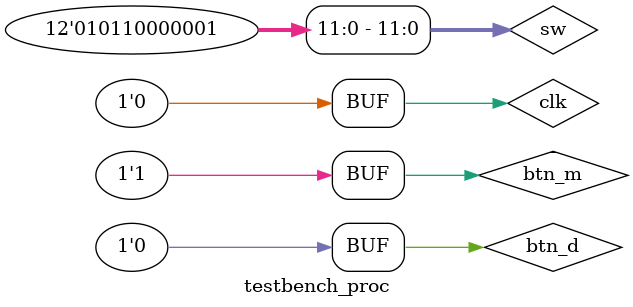
<source format=sv>
`timescale 1ns / 1ps


module testbench_proc();

logic clk, btn_r, btn_l, btn_u, btn_d, btn_m, dp;
logic [15:0] sw;
logic [6:0] seg;
logic [3:0] an;

top_module dut(clk, sw, btn_r, btn_l, btn_u, btn_d, btn_m, seg, dp, an);

initial begin
        btn_d = 1; #5;
        #5;
        btn_d = 0; #5;
        #5;
        sw[11:0] = 12'b010_110_000_001; #5;
        #5;
        btn_m = 1;
        #5;
        btn_m = 1;
        /*
        btn_r = 1; sw[11:0] = 12'b101_110_010_011; #20;
        #20;
        btn_r = 0;
        #20;
        btn_r = 1; sw[11:0] = 12'b011_110_100_101; #20;
        #20;
        btn_r = 0;
        #20;
        btn_r = 1; sw[11:0]  = 12'b100_110_000_001; #20;
        #20;
        btn_r = 0;
        #20;
        btn_r = 1; sw[11:0]  = 12'b110_000_000_111; #20;
        #20;
        btn_r = 0;
        */
    end
                       
    always begin
        clk <= 1; #5;
        clk <= 0; #5;
    end

endmodule

</source>
